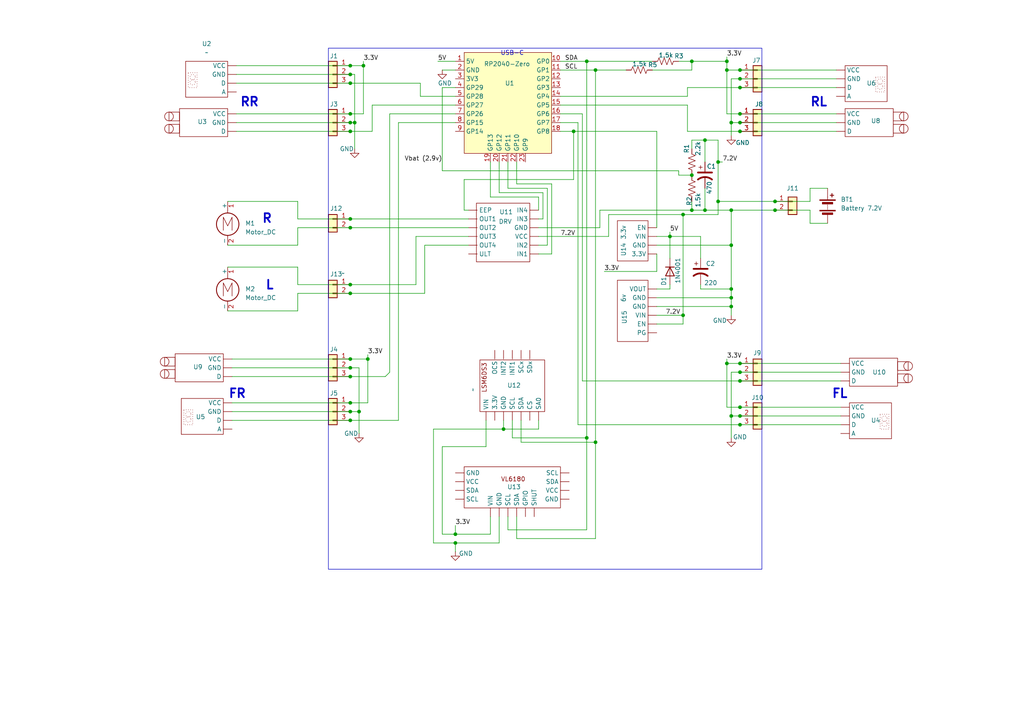
<source format=kicad_sch>
(kicad_sch (version 20250114) (generator "eeschema") (generator_version "9.0")
  (paper "A4")
  (lib_symbols
    (symbol "Connector_Generic:Conn_01x02" (pin_names (offset 1.016) (hide yes))
      (property "Reference" "J" (at 0 2.54 0))
      (property "Value" "Conn_01x02" (at 0 -5.08 0))
      (symbol "Conn_01x02_1_1"
        (rectangle (start -1.27 1.27) (end 1.27 -3.81) (stroke (width 0.254)) (fill (type background)))
        (rectangle (start -1.27 0.127) (end 0 -0.127) (stroke (width 0.1524)))
        (rectangle (start -1.27 -2.413) (end 0 -2.667) (stroke (width 0.1524)))
        (pin passive line (at -5.08 0 0) (length 3.81) (name "Pin_1") (number "1"))
        (pin passive line (at -5.08 -2.54 0) (length 3.81) (name "Pin_2") (number "2"))
      )
    )
    (symbol "Connector_Generic:Conn_01x03" (pin_names (offset 1.016) (hide yes))
      (property "Reference" "J" (at 0 5.08 0))
      (property "Value" "Conn_01x03" (at 0 -5.08 0))
      (symbol "Conn_01x03_1_1"
        (rectangle (start -1.27 3.81) (end 1.27 -3.81) (stroke (width 0.254)) (fill (type background)))
        (rectangle (start -1.27 2.667) (end 0 2.413) (stroke (width 0.1524)))
        (rectangle (start -1.27 0.127) (end 0 -0.127) (stroke (width 0.1524)))
        (rectangle (start -1.27 -2.413) (end 0 -2.667) (stroke (width 0.1524)))
        (pin passive line (at -5.08 2.54 0) (length 3.81) (name "Pin_1") (number "1"))
        (pin passive line (at -5.08 0 0) (length 3.81) (name "Pin_2") (number "2"))
        (pin passive line (at -5.08 -2.54 0) (length 3.81) (name "Pin_3") (number "3"))
      )
    )
    (symbol "Device:Battery" (pin_numbers (hide yes)) (pin_names (offset 0) (hide yes))
      (property "Reference" "BT" (at 2.54 2.54 0))
      (property "Value" "Battery" (at 2.54 0 0))
      (symbol "Battery_0_1"
        (rectangle (start -2.286 1.778) (end 2.286 1.524) (fill (type outline)))
        (rectangle (start -2.286 -1.27) (end 2.286 -1.524) (fill (type outline)))
        (rectangle (start -1.524 1.016) (end 1.524 0.508) (fill (type outline)))
        (rectangle (start -1.524 -2.032) (end 1.524 -2.54) (fill (type outline)))
        (polyline (pts (xy 0 1.778) (xy 0 2.54)))
        (polyline (pts (xy 0 0) (xy 0 0.254)))
        (polyline (pts (xy 0 -0.508) (xy 0 -0.254)))
        (polyline (pts (xy 0 -1.016) (xy 0 -0.762)))
        (polyline (pts (xy 0.762 3.048) (xy 1.778 3.048)) (stroke (width 0.254)))
        (polyline (pts (xy 1.27 3.556) (xy 1.27 2.54)) (stroke (width 0.254)))
      )
      (symbol "Battery_1_1"
        (pin passive line (at 0 5.08 270) (length 2.54) (name "+") (number "1"))
        (pin passive line (at 0 -5.08 90) (length 2.54) (name "-") (number "2"))
      )
    )
    (symbol "Device:C_Polarized_US" (pin_numbers (hide yes)) (pin_names (offset 0.254) (hide yes))
      (property "Reference" "C" (at 0.635 2.54 0))
      (property "Value" "C_Polarized_US" (at 0.635 -2.54 0))
      (symbol "C_Polarized_US_0_1"
        (polyline (pts (xy -2.032 0.762) (xy 2.032 0.762)) (stroke (width 0.508)))
        (polyline (pts (xy -1.778 2.286) (xy -0.762 2.286)))
        (polyline (pts (xy -1.27 1.778) (xy -1.27 2.794)))
        (arc (start -2.032 -1.27) (mid 0 -0.5572) (end 2.032 -1.27) (stroke (width 0.508)))
      )
      (symbol "C_Polarized_US_1_1"
        (pin passive line (at 0 3.81 270) (length 2.794) (name "~") (number "1"))
        (pin passive line (at 0 -3.81 90) (length 3.302) (name "~") (number "2"))
      )
    )
    (symbol "Device:R_US" (pin_numbers (hide yes)) (pin_names (offset 0))
      (property "Reference" "R" (at 2.54 0 90))
      (property "Value" "R_US" (at -2.54 0 90))
      (symbol "R_US_0_1"
        (polyline (pts (xy 0 2.286) (xy 0 2.54)))
        (polyline (pts (xy 0 2.286) (xy 1.016 1.905) (xy 0 1.524) (xy -1.016 1.143) (xy 0 0.762)))
        (polyline (pts (xy 0 0.762) (xy 1.016 0.381) (xy 0 0) (xy -1.016 -0.381) (xy 0 -0.762)))
        (polyline (pts (xy 0 -0.762) (xy 1.016 -1.143) (xy 0 -1.524) (xy -1.016 -1.905) (xy 0 -2.286)))
        (polyline (pts (xy 0 -2.286) (xy 0 -2.54)))
      )
      (symbol "R_US_1_1"
        (pin passive line (at 0 3.81 270) (length 1.27) (name "~") (number "1"))
        (pin passive line (at 0 -3.81 90) (length 1.27) (name "~") (number "2"))
      )
    )
    (symbol "Diode:1N4001" (pin_numbers (hide yes)) (pin_names (hide yes))
      (property "Reference" "D" (at 0 2.54 0))
      (property "Value" "1N4001" (at 0 -2.54 0))
      (symbol "1N4001_0_1"
        (polyline (pts (xy -1.27 1.27) (xy -1.27 -1.27)) (stroke (width 0.254)))
        (polyline (pts (xy 1.27 1.27) (xy 1.27 -1.27) (xy -1.27 0) (xy 1.27 1.27)) (stroke (width 0.254)))
        (polyline (pts (xy 1.27 0) (xy -1.27 0)))
      )
      (symbol "1N4001_1_1"
        (pin passive line (at -3.81 0 0) (length 2.54) (name "K") (number "1"))
        (pin passive line (at 3.81 0 180) (length 2.54) (name "A") (number "2"))
      )
    )
    (symbol "IR_sensor_module_1"
      (property "Reference" "U" (at 0 0 0))
      (symbol "IR_sensor_module_1_0_1"
        (rectangle (start -9.398 -2.032) (end -6.35 -4.572))
        (circle (center -9.398 -3.302) (radius 1.27))
        (rectangle (start -9.398 -5.588) (end -6.35 -8.128))
        (circle (center -9.398 -6.858) (radius 1.27))
        (rectangle (start 7.62 -1.016) (end -6.35 -9.144))
      )
      (symbol "IR_sensor_module_1_1_1"
        (pin power_in line (at 10.16 -2.54 180) (length 2.54) (name "VCC") (number ""))
        (pin power_in line (at 10.16 -5.08 180) (length 2.54) (name "GND") (number ""))
        (pin output line (at 10.16 -7.62 180) (length 2.54) (name "D") (number ""))
      )
    )
    (symbol "IR_sensor_module_2"
      (property "Reference" "U" (at 0 0 0))
      (symbol "IR_sensor_module_2_0_1"
        (rectangle (start -9.398 -2.032) (end -6.35 -4.572))
        (circle (center -9.398 -3.302) (radius 1.27))
        (rectangle (start -9.398 -5.588) (end -6.35 -8.128))
        (circle (center -9.398 -6.858) (radius 1.27))
        (rectangle (start 7.62 -1.016) (end -6.35 -9.144))
      )
      (symbol "IR_sensor_module_2_1_1"
        (pin power_in line (at 10.16 -2.54 180) (length 2.54) (name "VCC") (number ""))
        (pin power_in line (at 10.16 -5.08 180) (length 2.54) (name "GND") (number ""))
        (pin output line (at 10.16 -7.62 180) (length 2.54) (name "D") (number ""))
      )
    )
    (symbol "IR_sensor_module_3"
      (property "Reference" "U" (at 0 0 0))
      (symbol "IR_sensor_module_3_0_1"
        (rectangle (start -9.398 -2.032) (end -6.35 -4.572))
        (circle (center -9.398 -3.302) (radius 1.27))
        (rectangle (start -9.398 -5.588) (end -6.35 -8.128))
        (circle (center -9.398 -6.858) (radius 1.27))
        (rectangle (start 7.62 -1.016) (end -6.35 -9.144))
      )
      (symbol "IR_sensor_module_3_1_1"
        (pin power_in line (at 10.16 -2.54 180) (length 2.54) (name "VCC") (number ""))
        (pin power_in line (at 10.16 -5.08 180) (length 2.54) (name "GND") (number ""))
        (pin output line (at 10.16 -7.62 180) (length 2.54) (name "D") (number ""))
      )
    )
    (symbol "IR_sensor_module_4"
      (property "Reference" "U" (at 0 0 0))
      (symbol "IR_sensor_module_4_0_1"
        (rectangle (start -9.398 -2.032) (end -6.35 -4.572))
        (circle (center -9.398 -3.302) (radius 1.27))
        (rectangle (start -9.398 -5.588) (end -6.35 -8.128))
        (circle (center -9.398 -6.858) (radius 1.27))
        (rectangle (start 7.62 -1.016) (end -6.35 -9.144))
      )
      (symbol "IR_sensor_module_4_1_1"
        (pin power_in line (at 10.16 -2.54 180) (length 2.54) (name "VCC") (number ""))
        (pin power_in line (at 10.16 -5.08 180) (length 2.54) (name "GND") (number ""))
        (pin output line (at 10.16 -7.62 180) (length 2.54) (name "D") (number ""))
      )
    )
    (symbol "Motor:Motor_DC" (pin_names (offset 0))
      (property "Reference" "M" (at 2.54 2.54 0))
      (property "Value" "Motor_DC" (at 2.54 -5.08 0))
      (symbol "Motor_DC_0_0"
        (polyline (pts (xy -1.27 -3.302) (xy -1.27 0.508) (xy 0 -2.032) (xy 1.27 0.508) (xy 1.27 -3.302)))
      )
      (symbol "Motor_DC_0_1"
        (polyline (pts (xy 0 2.032) (xy 0 2.54)))
        (polyline (pts (xy 0 1.7272) (xy 0 2.0828)))
        (circle (center 0 -1.524) (radius 3.2512) (stroke (width 0.254)))
        (polyline (pts (xy 0 -4.7752) (xy 0 -5.1816)))
        (polyline (pts (xy 0 -7.62) (xy 0 -7.112)))
      )
      (symbol "Motor_DC_1_1"
        (pin passive line (at 0 5.08 270) (length 2.54) (name "+") (number "1"))
        (pin passive line (at 0 -7.62 90) (length 2.54) (name "-") (number "2"))
      )
    )
    (symbol "MyRobot:Adafruit_VL6180"
      (property "Reference" "U" (at 0 0 0))
      (symbol "Adafruit_VL6180_0_1"
        (rectangle (start -13.97 -2.032) (end 13.97 -13.97))
      )
      (symbol "Adafruit_VL6180_1_1"
        (text "VL6180" (at 0.254 -5.588 0) (effects (font (size 1.27 1.27))))
        (pin power_in line (at -16.51 -3.81 0) (length 2.54) (name "GND") (number ""))
        (pin power_in line (at -16.51 -6.35 0) (length 2.54) (name "VCC") (number ""))
        (pin bidirectional line (at -16.51 -8.89 0) (length 2.54) (name "SDA") (number ""))
        (pin input line (at -16.51 -11.43 0) (length 2.54) (name "SCL") (number ""))
        (pin power_in line (at -6.35 -16.51 90) (length 2.54) (name "VIN") (number ""))
        (pin power_in line (at -3.81 -16.51 90) (length 2.54) (name "GND") (number ""))
        (pin input line (at -1.27 -16.51 90) (length 2.54) (name "SCL") (number ""))
        (pin bidirectional line (at 1.27 -16.51 90) (length 2.54) (name "SDA") (number ""))
        (pin bidirectional line (at 3.81 -16.51 90) (length 2.54) (name "GPIO") (number ""))
        (pin input line (at 6.35 -16.51 90) (length 2.54) (name "SHUT") (number ""))
        (pin input line (at 16.51 -3.81 180) (length 2.54) (name "SCL") (number ""))
        (pin bidirectional line (at 16.51 -6.35 180) (length 2.54) (name "SDA") (number ""))
        (pin power_in line (at 16.51 -8.89 180) (length 2.54) (name "VCC") (number ""))
        (pin power_in line (at 16.51 -11.43 180) (length 2.54) (name "GND") (number ""))
      )
    )
    (symbol "MyRobot:D36V28F6"
      (property "Reference" "U" (at 0 0 0))
      (symbol "D36V28F6_0_1"
        (rectangle (start -8.89 -2.54) (end 8.89 -11.43))
      )
      (symbol "D36V28F6_1_1"
        (pin open_collector line (at -6.35 -13.97 90) (length 2.54) (name "PG") (number ""))
        (pin input line (at -3.81 -13.97 90) (length 2.54) (name "EN") (number ""))
        (pin power_in line (at -1.27 -13.97 90) (length 2.54) (name "VIN") (number ""))
        (pin power_in line (at 1.27 -13.97 90) (length 2.54) (name "GND") (number ""))
        (pin power_in line (at 3.81 -13.97 90) (length 2.54) (name "GND") (number ""))
        (pin power_out line (at 6.35 -13.97 90) (length 2.54) (name "VOUT") (number ""))
      )
    )
    (symbol "MyRobot:DRV8833_module"
      (property "Reference" "U" (at 0 0 0))
      (symbol "DRV8833_module_0_1"
        (rectangle (start -9.144 -1.778) (end 6.35 -18.796))
      )
      (symbol "DRV8833_module_1_1"
        (pin output line (at -11.43 -3.81 0) (length 2.54) (name "EEP") (number ""))
        (pin power_out line (at -11.43 -6.35 0) (length 2.54) (name "OUT1") (number ""))
        (pin power_out line (at -11.43 -8.89 0) (length 2.54) (name "OUT2") (number ""))
        (pin power_out line (at -11.43 -11.43 0) (length 2.54) (name "OUT3") (number ""))
        (pin power_out line (at -11.43 -13.97 0) (length 2.54) (name "OUT4") (number ""))
        (pin input line (at -11.43 -16.51 0) (length 2.54) (name "ULT") (number ""))
        (pin input line (at 8.89 -3.81 180) (length 2.54) (name "IN4") (number ""))
        (pin input line (at 8.89 -6.35 180) (length 2.54) (name "IN3") (number ""))
        (pin power_in line (at 8.89 -8.89 180) (length 2.54) (name "GND") (number ""))
        (pin power_in line (at 8.89 -11.43 180) (length 2.54) (name "VCC") (number ""))
        (pin input line (at 8.89 -13.97 180) (length 2.54) (name "IN2") (number ""))
        (pin input line (at 8.89 -16.51 180) (length 2.54) (name "IN1") (number ""))
      )
    )
    (symbol "MyRobot:LSM6DS3"
      (property "Reference" "U" (at 0 0 0))
      (symbol "LSM6DS3_0_1"
        (rectangle (start -8.636 -2.032) (end 6.35 -20.828))
      )
      (symbol "LSM6DS3_1_1"
        (text "LSM6DS3" (at -3.556 -3.302 0) (effects (font (size 1.27 1.27))))
        (pin output line (at -11.43 -6.35 0) (length 2.54) (name "OCS") (number ""))
        (pin output line (at -11.43 -8.89 0) (length 2.54) (name "INT2") (number ""))
        (pin output line (at -11.43 -11.43 0) (length 2.54) (name "INT1") (number ""))
        (pin output line (at -11.43 -13.97 0) (length 2.54) (name "SCx") (number ""))
        (pin bidirectional line (at -11.43 -16.51 0) (length 2.54) (name "SDx") (number ""))
        (pin power_in line (at 8.89 -3.81 180) (length 2.54) (name "VIN") (number ""))
        (pin power_out line (at 8.89 -6.35 180) (length 2.54) (name "3.3V") (number ""))
        (pin power_in line (at 8.89 -8.89 180) (length 2.54) (name "GND") (number ""))
        (pin input line (at 8.89 -11.43 180) (length 2.54) (name "SCL") (number ""))
        (pin bidirectional line (at 8.89 -13.97 180) (length 2.54) (name "SDA") (number ""))
        (pin input line (at 8.89 -16.51 180) (length 2.54) (name "CS") (number ""))
        (pin input line (at 8.89 -19.05 180) (length 2.54) (name "SA0") (number ""))
      )
    )
    (symbol "MyRobot:Sparkfun_BabyBuck_3.3v"
      (property "Reference" "U" (at 0 0 0))
      (symbol "Sparkfun_BabyBuck_3.3v_0_1"
        (rectangle (start -2.54 -1.778) (end 6.35 -13.462))
      )
      (symbol "Sparkfun_BabyBuck_3.3v_1_1"
        (pin input line (at -5.08 -3.81 0) (length 2.54) (name "EN") (number ""))
        (pin power_in line (at -5.08 -6.35 0) (length 2.54) (name "VIN") (number ""))
        (pin power_in line (at -5.08 -8.89 0) (length 2.54) (name "GND") (number ""))
        (pin power_out line (at -5.08 -11.43 0) (length 2.54) (name "3.3V") (number ""))
      )
    )
    (symbol "MyRobot:TCRT5000_ad"
      (property "Reference" "U" (at 0 0 0))
      (symbol "TCRT5000_ad_0_1"
        (rectangle (start -5.08 -4.572) (end -2.54 -8.89) (stroke (width 0) (type dot)))
        (circle (center -3.81 -5.842) (radius 0.762) (stroke (width 0) (type dot)))
        (circle (center -3.81 -7.366) (radius 0.762) (stroke (width 0) (type dot)))
        (rectangle (start 6.35 -1.27) (end -5.842 -11.684))
      )
      (symbol "TCRT5000_ad_1_1"
        (pin power_in line (at 8.89 -2.54 180) (length 2.54) (name "VCC") (number ""))
        (pin power_in line (at 8.89 -5.08 180) (length 2.54) (name "GND") (number ""))
        (pin output line (at 8.89 -7.62 180) (length 2.54) (name "D") (number ""))
        (pin output line (at 8.89 -10.16 180) (length 2.54) (name "A") (number ""))
      )
    )
    (symbol "RP2040:RP2040-Zero"
      (property "Reference" "U" (at 0 0 0))
      (property "Value" "RP2040-Zero" (at 0 8.89 0))
      (symbol "RP2040-Zero_0_1"
        (rectangle (start -12.7 7.62) (end 12.7 -21.59) (fill (type background)))
      )
      (symbol "RP2040-Zero_1_1"
        (pin power_in line (at -15.24 5.08 0) (length 2.54) (name "5V") (number "1"))
        (pin power_in line (at -15.24 2.54 0) (length 2.54) (name "GND") (number "2"))
        (pin power_in line (at -15.24 0 0) (length 2.54) (name "3V3") (number "3"))
        (pin bidirectional line (at -15.24 -2.54 0) (length 2.54) (name "GP29") (number "4"))
        (pin bidirectional line (at -15.24 -5.08 0) (length 2.54) (name "GP28") (number "5"))
        (pin bidirectional line (at -15.24 -7.62 0) (length 2.54) (name "GP27") (number "6"))
        (pin bidirectional line (at -15.24 -10.16 0) (length 2.54) (name "GP26") (number "7"))
        (pin bidirectional line (at -15.24 -12.7 0) (length 2.54) (name "GP15") (number "8"))
        (pin bidirectional line (at -15.24 -15.24 0) (length 2.54) (name "GP14") (number "9"))
        (pin bidirectional line (at -5.08 -24.13 90) (length 2.54) (name "GP13") (number "19"))
        (pin bidirectional line (at -2.54 -24.13 90) (length 2.54) (name "GP12") (number "20"))
        (pin bidirectional line (at 0 -24.13 90) (length 2.54) (name "GP11") (number "21"))
        (pin bidirectional line (at 2.54 -24.13 90) (length 2.54) (name "GP10") (number "22"))
        (pin bidirectional line (at 5.08 -24.13 90) (length 2.54) (name "GP9") (number "23"))
        (pin bidirectional line (at 15.24 5.08 180) (length 2.54) (name "GP0") (number "10"))
        (pin bidirectional line (at 15.24 2.54 180) (length 2.54) (name "GP1") (number "11"))
        (pin bidirectional line (at 15.24 0 180) (length 2.54) (name "GP2") (number "12"))
        (pin bidirectional line (at 15.24 -2.54 180) (length 2.54) (name "GP3") (number "13"))
        (pin bidirectional line (at 15.24 -5.08 180) (length 2.54) (name "GP4") (number "14"))
        (pin bidirectional line (at 15.24 -7.62 180) (length 2.54) (name "GP5") (number "15"))
        (pin bidirectional line (at 15.24 -10.16 180) (length 2.54) (name "GP6") (number "16"))
        (pin bidirectional line (at 15.24 -12.7 180) (length 2.54) (name "GP7") (number "17"))
        (pin bidirectional line (at 15.24 -15.24 180) (length 2.54) (name "GP8") (number "18"))
      )
    )
    (symbol "TCRT5000_ad_2"
      (property "Reference" "U" (at 0 0 0))
      (symbol "TCRT5000_ad_2_0_1"
        (rectangle (start -5.08 -4.572) (end -2.54 -8.89) (stroke (width 0) (type dot)))
        (circle (center -3.81 -5.842) (radius 0.762) (stroke (width 0) (type dot)))
        (circle (center -3.81 -7.366) (radius 0.762) (stroke (width 0) (type dot)))
        (rectangle (start 6.35 -1.27) (end -5.842 -11.684))
      )
      (symbol "TCRT5000_ad_2_1_1"
        (pin power_in line (at 8.89 -2.54 180) (length 2.54) (name "VCC") (number ""))
        (pin power_in line (at 8.89 -5.08 180) (length 2.54) (name "GND") (number ""))
        (pin output line (at 8.89 -7.62 180) (length 2.54) (name "D") (number ""))
        (pin output line (at 8.89 -10.16 180) (length 2.54) (name "A") (number ""))
      )
    )
    (symbol "TCRT5000_ad_3"
      (property "Reference" "U" (at 0 0 0))
      (symbol "TCRT5000_ad_3_0_1"
        (rectangle (start -5.08 -4.572) (end -2.54 -8.89) (stroke (width 0) (type dot)))
        (circle (center -3.81 -5.842) (radius 0.762) (stroke (width 0) (type dot)))
        (circle (center -3.81 -7.366) (radius 0.762) (stroke (width 0) (type dot)))
        (rectangle (start 6.35 -1.27) (end -5.842 -11.684))
      )
      (symbol "TCRT5000_ad_3_1_1"
        (pin power_in line (at 8.89 -2.54 180) (length 2.54) (name "VCC") (number ""))
        (pin power_in line (at 8.89 -5.08 180) (length 2.54) (name "GND") (number ""))
        (pin output line (at 8.89 -7.62 180) (length 2.54) (name "D") (number ""))
        (pin output line (at 8.89 -10.16 180) (length 2.54) (name "A") (number ""))
      )
    )
    (symbol "TCRT5000_ad_4"
      (property "Reference" "U" (at 0 0 0))
      (symbol "TCRT5000_ad_4_0_1"
        (rectangle (start -5.08 -4.572) (end -2.54 -8.89) (stroke (width 0) (type dot)))
        (circle (center -3.81 -5.842) (radius 0.762) (stroke (width 0) (type dot)))
        (circle (center -3.81 -7.366) (radius 0.762) (stroke (width 0) (type dot)))
        (rectangle (start 6.35 -1.27) (end -5.842 -11.684))
      )
      (symbol "TCRT5000_ad_4_1_1"
        (pin power_in line (at 8.89 -2.54 180) (length 2.54) (name "VCC") (number ""))
        (pin power_in line (at 8.89 -5.08 180) (length 2.54) (name "GND") (number ""))
        (pin output line (at 8.89 -7.62 180) (length 2.54) (name "D") (number ""))
        (pin output line (at 8.89 -10.16 180) (length 2.54) (name "A") (number ""))
      )
    )
    (symbol "power:GND" (power) (pin_numbers (hide yes)) (pin_names (offset 0) (hide yes))
      (property "Value" "GND" (at 0 -3.81 0))
      (symbol "GND_0_1"
        (polyline (pts (xy 0 0) (xy 0 -1.27) (xy 1.27 -1.27) (xy 0 -2.54) (xy -1.27 -1.27) (xy 0 -1.27)))
      )
      (symbol "GND_1_1"
        (pin power_in line (at 0 0 270) (length 0) (name "~") (number "1"))
      )
    )
  )
  (rectangle (start 95.25 13.97) (end 220.98 165.1))
  (text "FL" (at 243.586 114.3 0) (effects (font (size 2.54 2.54) (thickness 0.508) (bold yes))))
  (text "RR\n" (at 72.39 29.718 0) (effects (font (size 2.54 2.54) (thickness 0.508) (bold yes))))
  (text "L\n" (at 78.232 82.804 0) (effects (font (size 2.54 2.54) (thickness 0.508) (bold yes))))
  (text "USB-C" (at 148.59 15.494 0) (effects (font (size 1.27 1.27))))
  (text "R" (at 77.47 63.5 0) (effects (font (size 2.54 2.54) (thickness 0.508) (bold yes))))
  (text "FR" (at 68.834 114.3 0) (effects (font (size 2.54 2.54) (thickness 0.508) (bold yes))))
  (text "RL\n" (at 237.49 29.718 0) (effects (font (size 2.54 2.54) (thickness 0.508) (bold yes))))
  (junction (at 166.37 38.1))
  (junction (at 101.6 116.84))
  (junction (at 101.6 24.13))
  (junction (at 101.6 33.02))
  (junction (at 101.6 66.04))
  (junction (at 214.63 20.32))
  (junction (at 212.09 120.65))
  (junction (at 214.63 120.65))
  (junction (at 198.12 62.23))
  (junction (at 210.82 105.41))
  (junction (at 101.6 63.5))
  (junction (at 210.82 17.78))
  (junction (at 204.47 40.64))
  (junction (at 214.63 25.4))
  (junction (at 214.63 107.95))
  (junction (at 214.63 118.11))
  (junction (at 212.09 83.82))
  (junction (at 224.79 58.42))
  (junction (at 194.31 68.58))
  (junction (at 172.72 20.32))
  (junction (at 212.09 71.12))
  (junction (at 132.08 157.48))
  (junction (at 101.6 19.05))
  (junction (at 106.68 104.14))
  (junction (at 208.28 58.42))
  (junction (at 172.72 128.27))
  (junction (at 212.09 88.9))
  (junction (at 212.09 35.56))
  (junction (at 214.63 33.02))
  (junction (at 200.66 60.96))
  (junction (at 101.6 119.38))
  (junction (at 101.6 35.56))
  (junction (at 214.63 35.56))
  (junction (at 214.63 105.41))
  (junction (at 212.09 60.96))
  (junction (at 105.41 19.05))
  (junction (at 200.66 50.8))
  (junction (at 102.87 35.56))
  (junction (at 104.14 119.38))
  (junction (at 101.6 109.22))
  (junction (at 101.6 121.92))
  (junction (at 146.05 124.46))
  (junction (at 101.6 82.55))
  (junction (at 170.18 127))
  (junction (at 214.63 123.19))
  (junction (at 214.63 110.49))
  (junction (at 214.63 22.86))
  (junction (at 208.28 46.99))
  (junction (at 101.6 38.1))
  (junction (at 204.47 60.96))
  (junction (at 212.09 86.36))
  (junction (at 224.79 60.96))
  (junction (at 210.82 20.32))
  (junction (at 101.6 106.68))
  (junction (at 132.08 154.94))
  (junction (at 198.12 91.44))
  (junction (at 101.6 21.59))
  (junction (at 214.63 38.1))
  (junction (at 101.6 104.14))
  (junction (at 170.18 17.78))
  (junction (at 101.6 85.09))
  (junction (at 200.66 17.78))
  (wire (pts (xy 208.28 40.64) (xy 208.28 46.99)))
  (wire (pts (xy 212.09 60.96) (xy 224.79 60.96)))
  (wire (pts (xy 101.6 38.1) (xy 107.95 38.1)))
  (wire (pts (xy 166.37 38.1) (xy 166.37 52.07)))
  (wire (pts (xy 199.39 25.4) (xy 199.39 27.94)))
  (wire (pts (xy 234.95 54.61) (xy 234.95 58.42)))
  (wire (pts (xy 132.08 154.94) (xy 142.24 154.94)))
  (wire (pts (xy 190.5 38.1) (xy 190.5 66.04)))
  (wire (pts (xy 113.03 33.02) (xy 132.08 33.02)))
  (wire (pts (xy 101.6 106.68) (xy 104.14 106.68)))
  (wire (pts (xy 210.82 17.78) (xy 210.82 20.32)))
  (wire (pts (xy 158.75 54.61) (xy 158.75 71.12)))
  (wire (pts (xy 156.21 121.92) (xy 156.21 124.46)))
  (wire (pts (xy 101.6 104.14) (xy 106.68 104.14)))
  (wire (pts (xy 212.09 22.86) (xy 212.09 35.56)))
  (wire (pts (xy 86.36 77.47) (xy 86.36 82.55)))
  (wire (pts (xy 203.2 83.82) (xy 212.09 83.82)))
  (wire (pts (xy 86.36 82.55) (xy 101.6 82.55)))
  (wire (pts (xy 147.32 54.61) (xy 158.75 54.61)))
  (wire (pts (xy 156.21 63.5) (xy 157.48 63.5)))
  (wire (pts (xy 200.66 40.64) (xy 200.66 43.18)))
  (wire (pts (xy 101.6 35.56) (xy 102.87 35.56)))
  (wire (pts (xy 113.03 33.02) (xy 113.03 107.95)))
  (wire (pts (xy 101.6 66.04) (xy 135.89 66.04)))
  (wire (pts (xy 101.6 24.13) (xy 121.92 24.13)))
  (wire (pts (xy 212.09 35.56) (xy 214.63 35.56)))
  (wire (pts (xy 200.66 40.64) (xy 204.47 40.64)))
  (wire (pts (xy 101.6 63.5) (xy 135.89 63.5)))
  (wire (pts (xy 120.65 68.58) (xy 135.89 68.58)))
  (wire (pts (xy 144.78 55.88) (xy 157.48 55.88)))
  (wire (pts (xy 173.99 60.96) (xy 173.99 66.04)))
  (wire (pts (xy 115.57 35.56) (xy 115.57 121.92)))
  (wire (pts (xy 113.03 107.95) (xy 111.76 109.22)))
  (wire (pts (xy 156.21 66.04) (xy 173.99 66.04)))
  (wire (pts (xy 204.47 54.61) (xy 204.47 60.96)))
  (wire (pts (xy 212.09 35.56) (xy 212.09 39.37)))
  (wire (pts (xy 199.39 38.1) (xy 214.63 38.1)))
  (wire (pts (xy 176.53 62.23) (xy 198.12 62.23)))
  (wire (pts (xy 214.63 105.41) (xy 243.84 105.41)))
  (wire (pts (xy 210.82 118.11) (xy 214.63 118.11)))
  (wire (pts (xy 151.13 121.92) (xy 151.13 128.27)))
  (wire (pts (xy 162.56 27.94) (xy 199.39 27.94)))
  (wire (pts (xy 190.5 71.12) (xy 212.09 71.12)))
  (wire (pts (xy 125.73 124.46) (xy 125.73 157.48)))
  (wire (pts (xy 212.09 22.86) (xy 214.63 22.86)))
  (wire (pts (xy 200.66 58.42) (xy 200.66 60.96)))
  (wire (pts (xy 234.95 64.77) (xy 240.03 64.77)))
  (wire (pts (xy 190.5 86.36) (xy 212.09 86.36)))
  (wire (pts (xy 134.62 52.07) (xy 134.62 60.96)))
  (wire (pts (xy 162.56 33.02) (xy 168.91 33.02)))
  (wire (pts (xy 66.04 77.47) (xy 86.36 77.47)))
  (wire (pts (xy 123.19 71.12) (xy 135.89 71.12)))
  (wire (pts (xy 107.95 30.48) (xy 132.08 30.48)))
  (wire (pts (xy 123.19 71.12) (xy 123.19 85.09)))
  (wire (pts (xy 121.92 24.13) (xy 121.92 27.94)))
  (wire (pts (xy 66.04 90.17) (xy 86.36 90.17)))
  (wire (pts (xy 156.21 73.66) (xy 160.02 73.66)))
  (wire (pts (xy 86.36 85.09) (xy 101.6 85.09)))
  (wire (pts (xy 210.82 16.51) (xy 210.82 17.78)))
  (wire (pts (xy 120.65 68.58) (xy 120.65 82.55)))
  (wire (pts (xy 128.27 20.32) (xy 132.08 20.32)))
  (wire (pts (xy 106.68 102.87) (xy 106.68 104.14)))
  (wire (pts (xy 162.56 35.56) (xy 167.64 35.56)))
  (wire (pts (xy 149.86 53.34) (xy 160.02 53.34)))
  (wire (pts (xy 212.09 60.96) (xy 212.09 71.12)))
  (wire (pts (xy 198.12 62.23) (xy 198.12 91.44)))
  (wire (pts (xy 167.64 123.19) (xy 214.63 123.19)))
  (wire (pts (xy 128.27 49.53) (xy 196.85 49.53)))
  (wire (pts (xy 86.36 63.5) (xy 101.6 63.5)))
  (wire (pts (xy 121.92 27.94) (xy 132.08 27.94)))
  (wire (pts (xy 212.09 88.9) (xy 212.09 91.44)))
  (wire (pts (xy 142.24 149.86) (xy 142.24 154.94)))
  (wire (pts (xy 214.63 38.1) (xy 242.57 38.1)))
  (wire (pts (xy 128.27 129.54) (xy 140.97 129.54)))
  (wire (pts (xy 101.6 21.59) (xy 102.87 21.59)))
  (wire (pts (xy 86.36 85.09) (xy 86.36 90.17)))
  (wire (pts (xy 106.68 104.14) (xy 106.68 116.84)))
  (wire (pts (xy 203.2 68.58) (xy 203.2 74.93)))
  (wire (pts (xy 101.6 119.38) (xy 104.14 119.38)))
  (wire (pts (xy 212.09 86.36) (xy 212.09 88.9)))
  (wire (pts (xy 140.97 121.92) (xy 140.97 129.54)))
  (wire (pts (xy 196.85 50.8) (xy 200.66 50.8)))
  (wire (pts (xy 67.31 119.38) (xy 101.6 119.38)))
  (wire (pts (xy 190.5 73.66) (xy 190.5 78.74)))
  (wire (pts (xy 198.12 91.44) (xy 198.12 93.98)))
  (wire (pts (xy 157.48 55.88) (xy 157.48 63.5)))
  (wire (pts (xy 101.6 33.02) (xy 105.41 33.02)))
  (wire (pts (xy 156.21 68.58) (xy 176.53 68.58)))
  (wire (pts (xy 199.39 30.48) (xy 199.39 38.1)))
  (wire (pts (xy 210.82 104.14) (xy 210.82 105.41)))
  (wire (pts (xy 120.65 82.55) (xy 101.6 82.55)))
  (wire (pts (xy 132.08 152.4) (xy 132.08 154.94)))
  (wire (pts (xy 148.59 127) (xy 170.18 127)))
  (wire (pts (xy 166.37 38.1) (xy 190.5 38.1)))
  (wire (pts (xy 214.63 35.56) (xy 242.57 35.56)))
  (wire (pts (xy 210.82 20.32) (xy 210.82 33.02)))
  (wire (pts (xy 214.63 120.65) (xy 243.84 120.65)))
  (wire (pts (xy 67.31 116.84) (xy 101.6 116.84)))
  (wire (pts (xy 170.18 17.78) (xy 170.18 127)))
  (wire (pts (xy 172.72 20.32) (xy 181.61 20.32)))
  (wire (pts (xy 151.13 128.27) (xy 172.72 128.27)))
  (wire (pts (xy 68.58 24.13) (xy 101.6 24.13)))
  (wire (pts (xy 101.6 121.92) (xy 115.57 121.92)))
  (wire (pts (xy 194.31 68.58) (xy 194.31 74.93)))
  (wire (pts (xy 167.64 35.56) (xy 167.64 123.19)))
  (wire (pts (xy 204.47 40.64) (xy 204.47 46.99)))
  (wire (pts (xy 189.23 20.32) (xy 200.66 20.32)))
  (wire (pts (xy 212.09 107.95) (xy 214.63 107.95)))
  (wire (pts (xy 142.24 57.15) (xy 156.21 57.15)))
  (wire (pts (xy 208.28 58.42) (xy 208.28 62.23)))
  (wire (pts (xy 147.32 149.86) (xy 147.32 153.67)))
  (wire (pts (xy 142.24 46.99) (xy 142.24 57.15)))
  (wire (pts (xy 160.02 53.34) (xy 160.02 73.66)))
  (wire (pts (xy 147.32 46.99) (xy 147.32 54.61)))
  (wire (pts (xy 190.5 93.98) (xy 198.12 93.98)))
  (wire (pts (xy 214.63 107.95) (xy 243.84 107.95)))
  (wire (pts (xy 194.31 82.55) (xy 194.31 83.82)))
  (wire (pts (xy 210.82 20.32) (xy 214.63 20.32)))
  (wire (pts (xy 196.85 49.53) (xy 196.85 50.8)))
  (wire (pts (xy 208.28 58.42) (xy 224.79 58.42)))
  (wire (pts (xy 214.63 22.86) (xy 242.57 22.86)))
  (wire (pts (xy 128.27 25.4) (xy 128.27 49.53)))
  (wire (pts (xy 194.31 68.58) (xy 203.2 68.58)))
  (wire (pts (xy 68.58 38.1) (xy 101.6 38.1)))
  (wire (pts (xy 214.63 110.49) (xy 243.84 110.49)))
  (wire (pts (xy 68.58 21.59) (xy 101.6 21.59)))
  (wire (pts (xy 102.87 35.56) (xy 102.87 43.18)))
  (wire (pts (xy 128.27 25.4) (xy 132.08 25.4)))
  (wire (pts (xy 115.57 35.56) (xy 132.08 35.56)))
  (wire (pts (xy 172.72 20.32) (xy 172.72 128.27)))
  (wire (pts (xy 200.66 17.78) (xy 200.66 20.32)))
  (wire (pts (xy 149.86 46.99) (xy 149.86 53.34)))
  (wire (pts (xy 66.04 71.12) (xy 86.36 71.12)))
  (wire (pts (xy 234.95 60.96) (xy 234.95 64.77)))
  (wire (pts (xy 128.27 129.54) (xy 128.27 154.94)))
  (wire (pts (xy 162.56 20.32) (xy 172.72 20.32)))
  (wire (pts (xy 210.82 105.41) (xy 210.82 118.11)))
  (wire (pts (xy 199.39 25.4) (xy 214.63 25.4)))
  (wire (pts (xy 200.66 60.96) (xy 204.47 60.96)))
  (wire (pts (xy 162.56 30.48) (xy 199.39 30.48)))
  (wire (pts (xy 148.59 121.92) (xy 148.59 127)))
  (wire (pts (xy 170.18 127) (xy 170.18 153.67)))
  (wire (pts (xy 147.32 153.67) (xy 170.18 153.67)))
  (wire (pts (xy 86.36 66.04) (xy 86.36 71.12)))
  (wire (pts (xy 67.31 104.14) (xy 101.6 104.14)))
  (wire (pts (xy 172.72 128.27) (xy 172.72 156.21)))
  (wire (pts (xy 208.28 46.99) (xy 208.28 58.42)))
  (wire (pts (xy 104.14 119.38) (xy 104.14 125.73)))
  (wire (pts (xy 214.63 33.02) (xy 242.57 33.02)))
  (wire (pts (xy 146.05 124.46) (xy 156.21 124.46)))
  (wire (pts (xy 224.79 58.42) (xy 234.95 58.42)))
  (wire (pts (xy 68.58 33.02) (xy 101.6 33.02)))
  (wire (pts (xy 204.47 40.64) (xy 208.28 40.64)))
  (wire (pts (xy 212.09 120.65) (xy 214.63 120.65)))
  (wire (pts (xy 156.21 71.12) (xy 158.75 71.12)))
  (wire (pts (xy 175.26 78.74) (xy 190.5 78.74)))
  (wire (pts (xy 146.05 121.92) (xy 146.05 124.46)))
  (wire (pts (xy 101.6 85.09) (xy 123.19 85.09)))
  (wire (pts (xy 128.27 154.94) (xy 132.08 154.94)))
  (wire (pts (xy 194.31 67.31) (xy 194.31 68.58)))
  (wire (pts (xy 210.82 33.02) (xy 214.63 33.02)))
  (wire (pts (xy 156.21 57.15) (xy 156.21 60.96)))
  (wire (pts (xy 134.62 52.07) (xy 166.37 52.07)))
  (wire (pts (xy 162.56 17.78) (xy 170.18 17.78)))
  (wire (pts (xy 144.78 46.99) (xy 144.78 55.88)))
  (wire (pts (xy 190.5 68.58) (xy 194.31 68.58)))
  (wire (pts (xy 170.18 17.78) (xy 189.23 17.78)))
  (wire (pts (xy 149.86 149.86) (xy 149.86 156.21)))
  (wire (pts (xy 101.6 19.05) (xy 105.41 19.05)))
  (wire (pts (xy 190.5 83.82) (xy 194.31 83.82)))
  (wire (pts (xy 162.56 38.1) (xy 166.37 38.1)))
  (wire (pts (xy 198.12 62.23) (xy 208.28 62.23)))
  (wire (pts (xy 212.09 120.65) (xy 212.09 127)))
  (wire (pts (xy 190.5 91.44) (xy 198.12 91.44)))
  (wire (pts (xy 104.14 106.68) (xy 104.14 119.38)))
  (wire (pts (xy 105.41 17.78) (xy 105.41 19.05)))
  (wire (pts (xy 107.95 30.48) (xy 107.95 38.1)))
  (wire (pts (xy 203.2 82.55) (xy 203.2 83.82)))
  (wire (pts (xy 101.6 109.22) (xy 111.76 109.22)))
  (wire (pts (xy 144.78 149.86) (xy 144.78 157.48)))
  (wire (pts (xy 214.63 25.4) (xy 242.57 25.4)))
  (wire (pts (xy 125.73 124.46) (xy 146.05 124.46)))
  (wire (pts (xy 68.58 19.05) (xy 101.6 19.05)))
  (wire (pts (xy 132.08 157.48) (xy 132.08 160.02)))
  (wire (pts (xy 86.36 58.42) (xy 86.36 63.5)))
  (wire (pts (xy 208.28 46.99) (xy 209.55 46.99)))
  (wire (pts (xy 66.04 58.42) (xy 86.36 58.42)))
  (wire (pts (xy 176.53 62.23) (xy 176.53 68.58)))
  (wire (pts (xy 134.62 60.96) (xy 135.89 60.96)))
  (wire (pts (xy 212.09 107.95) (xy 212.09 120.65)))
  (wire (pts (xy 200.66 17.78) (xy 210.82 17.78)))
  (wire (pts (xy 210.82 105.41) (xy 214.63 105.41)))
  (wire (pts (xy 173.99 60.96) (xy 200.66 60.96)))
  (wire (pts (xy 67.31 121.92) (xy 101.6 121.92)))
  (wire (pts (xy 149.86 156.21) (xy 172.72 156.21)))
  (wire (pts (xy 204.47 60.96) (xy 212.09 60.96)))
  (wire (pts (xy 86.36 66.04) (xy 101.6 66.04)))
  (wire (pts (xy 127 17.78) (xy 132.08 17.78)))
  (wire (pts (xy 101.6 116.84) (xy 106.68 116.84)))
  (wire (pts (xy 224.79 60.96) (xy 234.95 60.96)))
  (wire (pts (xy 196.85 17.78) (xy 200.66 17.78)))
  (wire (pts (xy 68.58 35.56) (xy 101.6 35.56)))
  (wire (pts (xy 214.63 20.32) (xy 242.57 20.32)))
  (wire (pts (xy 212.09 83.82) (xy 212.09 86.36)))
  (wire (pts (xy 67.31 109.22) (xy 101.6 109.22)))
  (wire (pts (xy 132.08 157.48) (xy 144.78 157.48)))
  (wire (pts (xy 234.95 54.61) (xy 240.03 54.61)))
  (wire (pts (xy 214.63 118.11) (xy 243.84 118.11)))
  (wire (pts (xy 168.91 110.49) (xy 214.63 110.49)))
  (wire (pts (xy 190.5 88.9) (xy 212.09 88.9)))
  (wire (pts (xy 168.91 33.02) (xy 168.91 110.49)))
  (wire (pts (xy 105.41 19.05) (xy 105.41 33.02)))
  (wire (pts (xy 102.87 21.59) (xy 102.87 35.56)))
  (wire (pts (xy 214.63 123.19) (xy 243.84 123.19)))
  (wire (pts (xy 67.31 106.68) (xy 101.6 106.68)))
  (wire (pts (xy 125.73 157.48) (xy 132.08 157.48)))
  (wire (pts (xy 212.09 71.12) (xy 212.09 83.82)))
  (label "Vbat (2.9v)" (at 128.27 46.99 180))
  (label "3.3V" (at 210.82 104.14 0))
  (label "3.3V" (at 106.68 102.87 0))
  (label "5V" (at 127 17.78 0))
  (label "7.2V" (at 209.55 46.99 0))
  (label "SDA" (at 163.83 17.78 0))
  (label "SCL" (at 163.83 20.32 0))
  (label "7.2V" (at 162.56 68.58 0))
  (label "7.2V" (at 193.04 91.44 0))
  (label "3.3V" (at 210.82 16.51 0))
  (label "3.3V" (at 132.08 152.4 0))
  (label "3.3V" (at 175.26 78.74 0))
  (label "5V" (at 194.31 67.31 0))
  (label "3.3V" (at 105.41 17.78 0))
  (symbol (lib_name "IR_sensor_module_3") (lib_id "MyRobot:IR_sensor_module") (at 254 102.87 0) (mirror y) (unit 1)
    (property "Reference" "U10" (at 255.016 107.95 0))
  )
  (symbol (lib_id "Connector_Generic:Conn_01x02") (at 229.87 58.42 0) (unit 1)
    (property "Reference" "J11" (at 228.092 54.61 0) (effects (justify left)))
    (property "Description" "Generic connector, single row, 01x02, script generated (kicad-library-utils/schlib/autogen/connector/)" (effects (hide yes)))
  )
  (symbol (lib_id "Connector_Generic:Conn_01x03") (at 96.52 106.68 0) (mirror y) (unit 1)
    (property "Reference" "J4" (at 98.044 101.346 0) (effects (justify left)))
    (property "Value" "Conn_01x03" (effects (hide yes)))
    (property "Description" "Generic connector, single row, 01x03, script generated (kicad-library-utils/schlib/autogen/connector/)" (effects (hide yes)))
  )
  (symbol (lib_id "Device:R_US") (at 193.04 17.78 270) (unit 1)
    (property "Reference" "R3" (at 195.58 16.256 90) (effects (justify left)))
    (property "Value" "1.5k" (at 191.008 16.002 90) (effects (justify left)))
    (property "Description" "Resistor, US symbol" (effects (hide yes)))
  )
  (symbol (lib_id "Device:R_US") (at 185.42 20.32 270) (unit 1)
    (property "Reference" "R5" (at 187.96 18.796 90) (effects (justify left)))
    (property "Value" "1.5k" (at 183.388 18.542 90) (effects (justify left)))
    (property "Description" "Resistor, US symbol" (effects (hide yes)))
  )
  (symbol (lib_id "Connector_Generic:Conn_01x03") (at 219.71 35.56 0) (unit 1)
    (property "Reference" "J8" (at 218.948 30.226 0) (effects (justify left)))
    (property "Value" "Conn_01x03" (effects (hide yes)))
    (property "Description" "Generic connector, single row, 01x03, script generated (kicad-library-utils/schlib/autogen/connector/)" (effects (hide yes)))
  )
  (symbol (lib_name "IR_sensor_module_2") (lib_id "MyRobot:IR_sensor_module") (at 57.15 101.6 0) (unit 1)
    (property "Reference" "U9" (at 57.404 106.426 0))
  )
  (symbol (lib_id "Device:R_US") (at 200.66 54.61 0) (unit 1)
    (property "Reference" "R2" (at 199.898 59.69 90) (effects (justify left)))
    (property "Value" "1.5k" (at 202.438 60.198 90) (effects (justify left)))
    (property "Description" "Resistor, US symbol" (effects (hide yes)))
  )
  (symbol (lib_id "power:GND") (at 212.09 39.37 0) (unit 1)
    (property "Reference" "#PWR06" (effects (hide yes)))
    (property "Value" "GND" (at 215.392 41.402 0))
    (property "Description" "Power symbol creates a global label with name \"GND\" , ground" (effects (hide yes)))
  )
  (symbol (lib_id "MyRobot:D36V28F6") (at 176.53 90.17 90) (unit 1)
    (property "Reference" "U15" (at 181.102 93.98 0) (effects (justify left)))
    (property "Value" "6v" (at 180.848 87.63 0) (effects (justify left)))
  )
  (symbol (lib_id "Motor:Motor_DC") (at 66.04 82.55 0) (unit 1)
    (property "Reference" "M2" (at 71.12 83.8199 0) (effects (justify left)))
    (property "Value" "Motor_DC" (at 71.12 86.3599 0) (effects (justify left)))
    (property "Description" "DC Motor" (effects (hide yes)))
  )
  (symbol (lib_id "Connector_Generic:Conn_01x03") (at 96.52 21.59 0) (mirror y) (unit 1)
    (property "Reference" "J1" (at 98.044 16.256 0) (effects (justify left)))
    (property "Value" "Conn_01x03" (effects (hide yes)))
    (property "Description" "Generic connector, single row, 01x03, script generated (kicad-library-utils/schlib/autogen/connector/)" (effects (hide yes)))
  )
  (symbol (lib_id "power:GND") (at 128.27 20.32 0) (unit 1)
    (property "Reference" "#PWR04" (effects (hide yes)))
    (property "Value" "GND" (at 129.032 24.13 0))
    (property "Description" "Power symbol creates a global label with name \"GND\" , ground" (effects (hide yes)))
  )
  (symbol (lib_id "MyRobot:Sparkfun_BabyBuck_3.3v") (at 185.42 62.23 0) (mirror y) (unit 1)
    (property "Reference" "U14" (at 180.848 70.358 90) (effects (justify right)))
    (property "Value" "3.3v" (at 180.848 65.278 90) (effects (justify right)))
  )
  (symbol (lib_id "Device:Battery") (at 240.03 59.69 0) (unit 1)
    (property "Reference" "BT1" (at 243.84 57.8484 0) (effects (justify left)))
    (property "Value" "Battery 7.2V" (at 243.84 60.3884 0) (effects (justify left)))
    (property "Description" "Multiple-cell battery" (effects (hide yes)))
  )
  (symbol (lib_id "RP2040:RP2040-Zero") (at 147.32 22.86 0) (unit 1)
    (property "Reference" "U1" (at 147.828 24.13 0))
    (property "Value" "RP2040-Zero" (at 147.066 18.542 0))
  )
  (symbol (lib_id "power:GND") (at 212.09 91.44 0) (unit 1)
    (property "Reference" "#PWR01" (effects (hide yes)))
    (property "Value" "GND" (at 208.788 92.964 0))
    (property "Description" "Power symbol creates a global label with name \"GND\" , ground" (effects (hide yes)))
  )
  (symbol (lib_name "IR_sensor_module_1") (lib_id "MyRobot:IR_sensor_module") (at 252.73 30.48 0) (mirror y) (unit 1)
    (property "Reference" "U8" (at 254 35.052 0))
  )
  (symbol (lib_id "MyRobot:Adafruit_VL6180") (at 148.59 133.35 0) (unit 1)
    (property "Reference" "U13" (at 149.098 141.224 0))
  )
  (symbol (lib_id "Connector_Generic:Conn_01x02") (at 96.52 82.55 0) (mirror y) (unit 1)
    (property "Reference" "J13" (at 99.314 79.502 0) (effects (justify left)))
    (property "Value" "~" (at 100.076 79.248 0) (effects (justify left)))
    (property "Description" "Generic connector, single row, 01x02, script generated (kicad-library-utils/schlib/autogen/connector/)" (effects (hide yes)))
  )
  (symbol (lib_name "TCRT5000_ad_2") (lib_id "MyRobot:TCRT5000_ad") (at 252.73 115.57 0) (mirror y) (unit 1)
    (property "Reference" "U4" (at 254 121.92 0))
  )
  (symbol (lib_id "Connector_Generic:Conn_01x03") (at 96.52 119.38 0) (mirror y) (unit 1)
    (property "Reference" "J5" (at 98.044 114.046 0) (effects (justify left)))
    (property "Value" "Conn_01x03" (effects (hide yes)))
    (property "Description" "Generic connector, single row, 01x03, script generated (kicad-library-utils/schlib/autogen/connector/)" (effects (hide yes)))
  )
  (symbol (lib_id "power:GND") (at 102.87 43.18 0) (unit 1)
    (property "Reference" "#PWR07" (effects (hide yes)))
    (property "Value" "GND" (at 100.584 43.18 0))
    (property "Description" "Power symbol creates a global label with name \"GND\" , ground" (effects (hide yes)))
  )
  (symbol (lib_id "power:GND") (at 104.14 125.73 0) (unit 1)
    (property "Reference" "#PWR02" (effects (hide yes)))
    (property "Value" "GND" (at 101.854 125.73 0))
    (property "Description" "Power symbol creates a global label with name \"GND\" , ground" (effects (hide yes)))
  )
  (symbol (lib_id "Diode:1N4001") (at 194.31 78.74 270) (unit 1)
    (property "Reference" "D1" (at 192.532 81.534 0))
    (property "Value" "1N4001" (at 196.596 78.486 0))
    (property "Footprint" "Diode_THT:D_DO-41_SOD81_P10.16mm_Horizontal" (effects (hide yes)))
    (property "Datasheet" "http://www.vishay.com/docs/88503/1n4001.pdf" (effects (hide yes)))
    (property "Description" "50V 1A General Purpose Rectifier Diode, DO-41" (effects (hide yes)))
    (property "Sim.Device" "D" (effects (hide yes)))
    (property "Sim.Pins" "1=K 2=A" (effects (hide yes)))
  )
  (symbol (lib_id "Connector_Generic:Conn_01x03") (at 96.52 35.56 0) (mirror y) (unit 1)
    (property "Reference" "J3" (at 98.044 30.226 0) (effects (justify left)))
    (property "Value" "Conn_01x03" (effects (hide yes)))
    (property "Description" "Generic connector, single row, 01x03, script generated (kicad-library-utils/schlib/autogen/connector/)" (effects (hide yes)))
  )
  (symbol (lib_id "Device:R_US") (at 200.66 46.99 0) (unit 1)
    (property "Reference" "R1" (at 199.136 44.45 90) (effects (justify left)))
    (property "Value" "2.2k" (at 202.438 45.212 90) (effects (justify left)))
    (property "Description" "Resistor, US symbol" (effects (hide yes)))
  )
  (symbol (lib_id "MyRobot:TCRT5000_ad") (at 59.69 16.51 0) (unit 1)
    (property "Reference" "U2" (at 59.944 12.7 0))
    (property "Value" "~" (at 59.944 15.24 0))
  )
  (symbol (lib_id "Motor:Motor_DC") (at 66.04 63.5 0) (unit 1)
    (property "Reference" "M1" (at 71.12 64.7699 0) (effects (justify left)))
    (property "Value" "Motor_DC" (at 71.12 67.3099 0) (effects (justify left)))
    (property "Description" "DC Motor" (effects (hide yes)))
  )
  (symbol (lib_id "power:GND") (at 132.08 160.02 0) (unit 1)
    (property "Reference" "#PWR05" (effects (hide yes)))
    (property "Value" "GND" (at 135.128 160.528 0))
    (property "Description" "Power symbol creates a global label with name \"GND\" , ground" (effects (hide yes)))
  )
  (symbol (lib_name "IR_sensor_module_4") (lib_id "MyRobot:IR_sensor_module") (at 58.42 30.48 0) (unit 1)
    (property "Reference" "U3" (at 58.674 35.306 0))
  )
  (symbol (lib_id "Device:C_Polarized_US") (at 203.2 78.74 0) (unit 1)
    (property "Reference" "C2" (at 204.724 76.454 0) (effects (justify left)))
    (property "Value" "220" (at 204.216 82.042 0) (effects (justify left)))
    (property "Description" "Polarized capacitor, US symbol" (effects (hide yes)))
  )
  (symbol (lib_id "MyRobot:LSM6DS3") (at 137.16 113.03 90) (mirror x) (unit 1)
    (property "Reference" "U12" (at 149.098 111.76 90))
    (property "Value" "~" (at 137.16 113.03 0))
  )
  (symbol (lib_id "Connector_Generic:Conn_01x03") (at 219.71 22.86 0) (unit 1)
    (property "Reference" "J7" (at 218.186 17.526 0) (effects (justify left)))
    (property "Value" "Conn_01x03" (effects (hide yes)))
    (property "Description" "Generic connector, single row, 01x03, script generated (kicad-library-utils/schlib/autogen/connector/)" (effects (hide yes)))
  )
  (symbol (lib_id "MyRobot:DRV8833_module") (at 147.32 57.15 0) (unit 1)
    (property "Reference" "U11" (at 146.812 61.468 0))
    (property "Value" "DRV" (at 146.558 64.262 0))
  )
  (symbol (lib_name "TCRT5000_ad_4") (lib_id "MyRobot:TCRT5000_ad") (at 251.46 17.78 0) (mirror y) (unit 1)
    (property "Reference" "U6" (at 252.73 24.13 0))
  )
  (symbol (lib_id "power:GND") (at 212.09 127 0) (unit 1)
    (property "Reference" "#PWR03" (effects (hide yes)))
    (property "Value" "GND" (at 214.63 126.746 0))
    (property "Description" "Power symbol creates a global label with name \"GND\" , ground" (effects (hide yes)))
  )
  (symbol (lib_id "Connector_Generic:Conn_01x03") (at 219.71 120.65 0) (unit 1)
    (property "Reference" "J10" (at 217.932 115.316 0) (effects (justify left)))
    (property "Value" "Conn_01x03" (effects (hide yes)))
    (property "Description" "Generic connector, single row, 01x03, script generated (kicad-library-utils/schlib/autogen/connector/)" (effects (hide yes)))
  )
  (symbol (lib_id "Device:C_Polarized_US") (at 204.47 50.8 0) (unit 1)
    (property "Reference" "C1" (at 204.978 48.26 0) (effects (justify left)))
    (property "Value" "470" (at 205.74 56.388 90) (effects (justify left)))
    (property "Description" "Polarized capacitor, US symbol" (effects (hide yes)))
  )
  (symbol (lib_id "Connector_Generic:Conn_01x03") (at 219.71 107.95 0) (unit 1)
    (property "Reference" "J9" (at 218.44 102.362 0) (effects (justify left)))
    (property "Value" "Conn_01x03" (effects (hide yes)))
    (property "Description" "Generic connector, single row, 01x03, script generated (kicad-library-utils/schlib/autogen/connector/)" (effects (hide yes)))
  )
  (symbol (lib_id "Connector_Generic:Conn_01x02") (at 96.52 63.5 0) (mirror y) (unit 1)
    (property "Reference" "J12" (at 99.314 60.452 0) (effects (justify left)))
    (property "Description" "Generic connector, single row, 01x02, script generated (kicad-library-utils/schlib/autogen/connector/)" (effects (hide yes)))
  )
  (symbol (lib_name "TCRT5000_ad_3") (lib_id "MyRobot:TCRT5000_ad") (at 58.42 114.3 0) (unit 1)
    (property "Reference" "U5" (at 58.166 120.904 0))
  )
)
</source>
